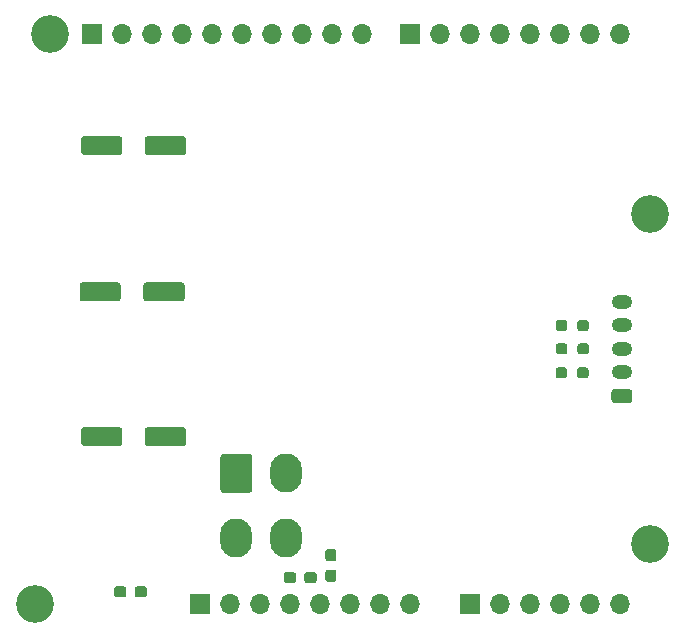
<source format=gbs>
G04 #@! TF.GenerationSoftware,KiCad,Pcbnew,(5.1.10)-1*
G04 #@! TF.CreationDate,2021-10-08T21:42:51+13:00*
G04 #@! TF.ProjectId,bldc_driver_fpga,626c6463-5f64-4726-9976-65725f667067,rev?*
G04 #@! TF.SameCoordinates,Original*
G04 #@! TF.FileFunction,Soldermask,Bot*
G04 #@! TF.FilePolarity,Negative*
%FSLAX46Y46*%
G04 Gerber Fmt 4.6, Leading zero omitted, Abs format (unit mm)*
G04 Created by KiCad (PCBNEW (5.1.10)-1) date 2021-10-08 21:42:51*
%MOMM*%
%LPD*%
G01*
G04 APERTURE LIST*
%ADD10C,3.200000*%
%ADD11O,1.750000X1.200000*%
%ADD12O,1.700000X1.700000*%
%ADD13R,1.700000X1.700000*%
%ADD14O,2.700000X3.300000*%
G04 APERTURE END LIST*
D10*
X73970000Y-66360000D03*
X126040000Y-33340000D03*
X126040000Y-61280000D03*
X75240000Y-18100000D03*
G36*
G01*
X119868500Y-43036500D02*
X119868500Y-42561500D01*
G75*
G02*
X120106000Y-42324000I237500J0D01*
G01*
X120606000Y-42324000D01*
G75*
G02*
X120843500Y-42561500I0J-237500D01*
G01*
X120843500Y-43036500D01*
G75*
G02*
X120606000Y-43274000I-237500J0D01*
G01*
X120106000Y-43274000D01*
G75*
G02*
X119868500Y-43036500I0J237500D01*
G01*
G37*
G36*
G01*
X118043500Y-43036500D02*
X118043500Y-42561500D01*
G75*
G02*
X118281000Y-42324000I237500J0D01*
G01*
X118781000Y-42324000D01*
G75*
G02*
X119018500Y-42561500I0J-237500D01*
G01*
X119018500Y-43036500D01*
G75*
G02*
X118781000Y-43274000I-237500J0D01*
G01*
X118281000Y-43274000D01*
G75*
G02*
X118043500Y-43036500I0J237500D01*
G01*
G37*
G36*
G01*
X119868500Y-45005000D02*
X119868500Y-44530000D01*
G75*
G02*
X120106000Y-44292500I237500J0D01*
G01*
X120606000Y-44292500D01*
G75*
G02*
X120843500Y-44530000I0J-237500D01*
G01*
X120843500Y-45005000D01*
G75*
G02*
X120606000Y-45242500I-237500J0D01*
G01*
X120106000Y-45242500D01*
G75*
G02*
X119868500Y-45005000I0J237500D01*
G01*
G37*
G36*
G01*
X118043500Y-45005000D02*
X118043500Y-44530000D01*
G75*
G02*
X118281000Y-44292500I237500J0D01*
G01*
X118781000Y-44292500D01*
G75*
G02*
X119018500Y-44530000I0J-237500D01*
G01*
X119018500Y-45005000D01*
G75*
G02*
X118781000Y-45242500I-237500J0D01*
G01*
X118281000Y-45242500D01*
G75*
G02*
X118043500Y-45005000I0J237500D01*
G01*
G37*
G36*
G01*
X119845000Y-47037000D02*
X119845000Y-46562000D01*
G75*
G02*
X120082500Y-46324500I237500J0D01*
G01*
X120582500Y-46324500D01*
G75*
G02*
X120820000Y-46562000I0J-237500D01*
G01*
X120820000Y-47037000D01*
G75*
G02*
X120582500Y-47274500I-237500J0D01*
G01*
X120082500Y-47274500D01*
G75*
G02*
X119845000Y-47037000I0J237500D01*
G01*
G37*
G36*
G01*
X118020000Y-47037000D02*
X118020000Y-46562000D01*
G75*
G02*
X118257500Y-46324500I237500J0D01*
G01*
X118757500Y-46324500D01*
G75*
G02*
X118995000Y-46562000I0J-237500D01*
G01*
X118995000Y-47037000D01*
G75*
G02*
X118757500Y-47274500I-237500J0D01*
G01*
X118257500Y-47274500D01*
G75*
G02*
X118020000Y-47037000I0J237500D01*
G01*
G37*
D11*
X123634500Y-40768000D03*
X123634500Y-42768000D03*
X123634500Y-44768000D03*
X123634500Y-46768000D03*
G36*
G01*
X124259501Y-49368000D02*
X123009499Y-49368000D01*
G75*
G02*
X122759500Y-49118001I0J249999D01*
G01*
X122759500Y-48417999D01*
G75*
G02*
X123009499Y-48168000I249999J0D01*
G01*
X124259501Y-48168000D01*
G75*
G02*
X124509500Y-48417999I0J-249999D01*
G01*
X124509500Y-49118001D01*
G75*
G02*
X124259501Y-49368000I-249999J0D01*
G01*
G37*
D12*
X123507500Y-66357500D03*
X120967500Y-66357500D03*
X118427500Y-66357500D03*
X115887500Y-66357500D03*
X113347500Y-66357500D03*
D13*
X110807500Y-66357500D03*
D12*
X123500000Y-18100000D03*
X120960000Y-18100000D03*
X118420000Y-18100000D03*
X115880000Y-18100000D03*
X113340000Y-18100000D03*
X110800000Y-18100000D03*
X108260000Y-18100000D03*
D13*
X105720000Y-18100000D03*
D12*
X101656000Y-18100000D03*
X99116000Y-18100000D03*
X96576000Y-18100000D03*
X94036000Y-18100000D03*
X91496000Y-18100000D03*
X88956000Y-18100000D03*
X86416000Y-18100000D03*
X83876000Y-18100000D03*
X81336000Y-18100000D03*
D13*
X78796000Y-18100000D03*
D12*
X105727500Y-66357500D03*
X103187500Y-66357500D03*
X100647500Y-66357500D03*
X98107500Y-66357500D03*
X95567500Y-66357500D03*
X93027500Y-66357500D03*
X90487500Y-66357500D03*
D13*
X87947500Y-66357500D03*
D14*
X95195500Y-60808500D03*
X90995500Y-60808500D03*
X95195500Y-55308500D03*
G36*
G01*
X89645500Y-56708499D02*
X89645500Y-53908501D01*
G75*
G02*
X89895501Y-53658500I250001J0D01*
G01*
X92095499Y-53658500D01*
G75*
G02*
X92345500Y-53908501I0J-250001D01*
G01*
X92345500Y-56708499D01*
G75*
G02*
X92095499Y-56958500I-250001J0D01*
G01*
X89895501Y-56958500D01*
G75*
G02*
X89645500Y-56708499I0J250001D01*
G01*
G37*
G36*
G01*
X81692000Y-65104000D02*
X81692000Y-65579000D01*
G75*
G02*
X81454500Y-65816500I-237500J0D01*
G01*
X80879500Y-65816500D01*
G75*
G02*
X80642000Y-65579000I0J237500D01*
G01*
X80642000Y-65104000D01*
G75*
G02*
X80879500Y-64866500I237500J0D01*
G01*
X81454500Y-64866500D01*
G75*
G02*
X81692000Y-65104000I0J-237500D01*
G01*
G37*
G36*
G01*
X83442000Y-65104000D02*
X83442000Y-65579000D01*
G75*
G02*
X83204500Y-65816500I-237500J0D01*
G01*
X82629500Y-65816500D01*
G75*
G02*
X82392000Y-65579000I0J237500D01*
G01*
X82392000Y-65104000D01*
G75*
G02*
X82629500Y-64866500I237500J0D01*
G01*
X83204500Y-64866500D01*
G75*
G02*
X83442000Y-65104000I0J-237500D01*
G01*
G37*
G36*
G01*
X83246000Y-28109000D02*
X83246000Y-27009000D01*
G75*
G02*
X83496000Y-26759000I250000J0D01*
G01*
X86496000Y-26759000D01*
G75*
G02*
X86746000Y-27009000I0J-250000D01*
G01*
X86746000Y-28109000D01*
G75*
G02*
X86496000Y-28359000I-250000J0D01*
G01*
X83496000Y-28359000D01*
G75*
G02*
X83246000Y-28109000I0J250000D01*
G01*
G37*
G36*
G01*
X77846000Y-28109000D02*
X77846000Y-27009000D01*
G75*
G02*
X78096000Y-26759000I250000J0D01*
G01*
X81096000Y-26759000D01*
G75*
G02*
X81346000Y-27009000I0J-250000D01*
G01*
X81346000Y-28109000D01*
G75*
G02*
X81096000Y-28359000I-250000J0D01*
G01*
X78096000Y-28359000D01*
G75*
G02*
X77846000Y-28109000I0J250000D01*
G01*
G37*
G36*
G01*
X83119000Y-40491500D02*
X83119000Y-39391500D01*
G75*
G02*
X83369000Y-39141500I250000J0D01*
G01*
X86369000Y-39141500D01*
G75*
G02*
X86619000Y-39391500I0J-250000D01*
G01*
X86619000Y-40491500D01*
G75*
G02*
X86369000Y-40741500I-250000J0D01*
G01*
X83369000Y-40741500D01*
G75*
G02*
X83119000Y-40491500I0J250000D01*
G01*
G37*
G36*
G01*
X77719000Y-40491500D02*
X77719000Y-39391500D01*
G75*
G02*
X77969000Y-39141500I250000J0D01*
G01*
X80969000Y-39141500D01*
G75*
G02*
X81219000Y-39391500I0J-250000D01*
G01*
X81219000Y-40491500D01*
G75*
G02*
X80969000Y-40741500I-250000J0D01*
G01*
X77969000Y-40741500D01*
G75*
G02*
X77719000Y-40491500I0J250000D01*
G01*
G37*
G36*
G01*
X83246000Y-52747000D02*
X83246000Y-51647000D01*
G75*
G02*
X83496000Y-51397000I250000J0D01*
G01*
X86496000Y-51397000D01*
G75*
G02*
X86746000Y-51647000I0J-250000D01*
G01*
X86746000Y-52747000D01*
G75*
G02*
X86496000Y-52997000I-250000J0D01*
G01*
X83496000Y-52997000D01*
G75*
G02*
X83246000Y-52747000I0J250000D01*
G01*
G37*
G36*
G01*
X77846000Y-52747000D02*
X77846000Y-51647000D01*
G75*
G02*
X78096000Y-51397000I250000J0D01*
G01*
X81096000Y-51397000D01*
G75*
G02*
X81346000Y-51647000I0J-250000D01*
G01*
X81346000Y-52747000D01*
G75*
G02*
X81096000Y-52997000I-250000J0D01*
G01*
X78096000Y-52997000D01*
G75*
G02*
X77846000Y-52747000I0J250000D01*
G01*
G37*
G36*
G01*
X96057000Y-63897500D02*
X96057000Y-64372500D01*
G75*
G02*
X95819500Y-64610000I-237500J0D01*
G01*
X95244500Y-64610000D01*
G75*
G02*
X95007000Y-64372500I0J237500D01*
G01*
X95007000Y-63897500D01*
G75*
G02*
X95244500Y-63660000I237500J0D01*
G01*
X95819500Y-63660000D01*
G75*
G02*
X96057000Y-63897500I0J-237500D01*
G01*
G37*
G36*
G01*
X97807000Y-63897500D02*
X97807000Y-64372500D01*
G75*
G02*
X97569500Y-64610000I-237500J0D01*
G01*
X96994500Y-64610000D01*
G75*
G02*
X96757000Y-64372500I0J237500D01*
G01*
X96757000Y-63897500D01*
G75*
G02*
X96994500Y-63660000I237500J0D01*
G01*
X97569500Y-63660000D01*
G75*
G02*
X97807000Y-63897500I0J-237500D01*
G01*
G37*
G36*
G01*
X98759000Y-63455000D02*
X99234000Y-63455000D01*
G75*
G02*
X99471500Y-63692500I0J-237500D01*
G01*
X99471500Y-64267500D01*
G75*
G02*
X99234000Y-64505000I-237500J0D01*
G01*
X98759000Y-64505000D01*
G75*
G02*
X98521500Y-64267500I0J237500D01*
G01*
X98521500Y-63692500D01*
G75*
G02*
X98759000Y-63455000I237500J0D01*
G01*
G37*
G36*
G01*
X98759000Y-61705000D02*
X99234000Y-61705000D01*
G75*
G02*
X99471500Y-61942500I0J-237500D01*
G01*
X99471500Y-62517500D01*
G75*
G02*
X99234000Y-62755000I-237500J0D01*
G01*
X98759000Y-62755000D01*
G75*
G02*
X98521500Y-62517500I0J237500D01*
G01*
X98521500Y-61942500D01*
G75*
G02*
X98759000Y-61705000I237500J0D01*
G01*
G37*
M02*

</source>
